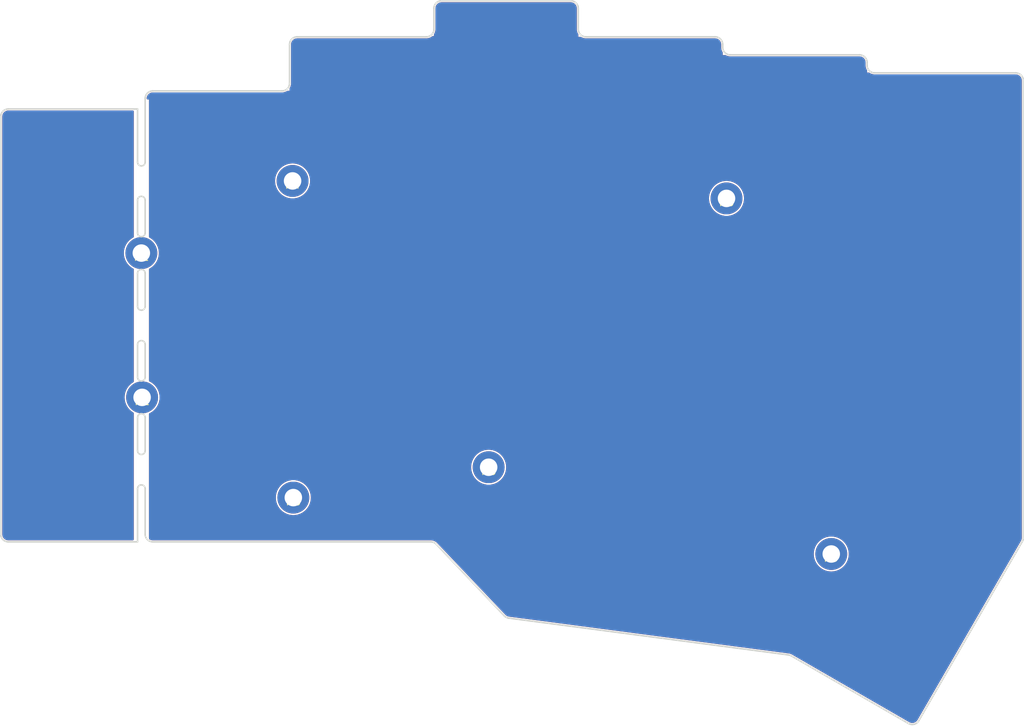
<source format=kicad_pcb>
(kicad_pcb (version 20211014) (generator pcbnew)
  (layers (0 "F.Cu" signal) (31 "B.Cu" signal) (34 "B.Paste" user) (35 "F.Paste" user) (36 "B.SilkS" user "B.Silkscreen") (37 "F.SilkS" user "F.Silkscreen") (38 "B.Mask" user) (39 "F.Mask" user) (44 "Edge.Cuts" user))
  (net 0 "")
  (footprint "kbd:M2_Hole_TH" (layer "F.Cu") (at 71.621463 38.074367)
    (fp_text reference "H4" (at 0 0.5) (layer "F.SilkS"))
    (fp_text value "MountingHole")
    (pad "" thru_hole circle (at 0 0) (size 4.2 4.2) (drill 2.3) (layers *.Cu *.Mask))
  )
  (footprint "kbd:M2_Hole_TH" (layer "F.Cu") (at 142.507505 87.19918)
    (fp_text reference "H9" (at 0 0.5) (layer "F.SilkS"))
    (fp_text value "MountingHole")
    (pad "" thru_hole circle (at 0 0) (size 4.2 4.2) (drill 2.3) (layers *.Cu *.Mask))
  )
  (footprint "kbd:M2_Hole_TH" (layer "F.Cu") (at 51.821463 66.574367)
    (fp_text reference "H2" (at 0 0.5) (layer "F.SilkS"))
    (fp_text value "MountingHole")
    (pad "" thru_hole circle (at 0 0) (size 4.2 4.2) (drill 2.3) (layers *.Cu *.Mask))
  )
  (footprint "kbd:M2_Hole_TH" (layer "F.Cu") (at 128.721463 40.374367)
    (fp_text reference "H8" (at 0 0.5) (layer "F.SilkS"))
    (fp_text value "MountingHole")
    (pad "" thru_hole circle (at 0 0) (size 4.2 4.2) (drill 2.3) (layers *.Cu *.Mask))
  )
  (footprint "kbd:M2_Hole_TH" (layer "F.Cu") (at 97.421463 75.774367)
    (fp_text reference "H6" (at 0 0.5) (layer "F.SilkS"))
    (fp_text value "MountingHole")
    (pad "" thru_hole circle (at 0 0) (size 4.2 4.2) (drill 2.3) (layers *.Cu *.Mask))
  )
  (footprint "kbd:M2_Hole_TH" (layer "F.Cu") (at 51.721463 47.574367)
    (fp_text reference "H1" (at 0 0.5) (layer "F.SilkS"))
    (fp_text value "MountingHole")
    (pad "" thru_hole circle (at 0 0) (size 4.2 4.2) (drill 2.3) (layers *.Cu *.Mask))
  )
  (footprint "kbd:M2_Hole_TH" (layer "F.Cu") (at 71.721463 79.774367)
    (fp_text reference "H5" (at 0 0.5) (layer "F.SilkS"))
    (fp_text value "MountingHole")
    (pad "" thru_hole circle (at 0 0) (size 4.2 4.2) (drill 2.3) (layers *.Cu *.Mask))
  )
  (gr_arc (start 154.028536 109.150633) (mid 153.42133 109.616559) (end 152.662511 109.516658) (layer "Edge.Cuts") (width 0.2))
  (gr_line (start 51.221491 40.599328) (end 51.22149 44.924327) (layer "Edge.Cuts") (width 0.2))
  (gr_line (start 52.221463 35.599367) (end 52.221463 27.224367) (layer "Edge.Cuts") (width 0.2))
  (gr_line (start 52.221491 54.599327) (end 52.22149 50.224327) (layer "Edge.Cuts") (width 0.2))
  (gr_line (start 89.796623 85.599366) (end 53.221463 85.599366) (layer "Edge.Cuts") (width 0.2))
  (gr_line (start 109.221463 15.349368) (end 109.221463 18.099367) (layer "Edge.Cuts") (width 0.2))
  (gr_arc (start 89.796623 85.599367) (mid 90.187009 85.679623) (end 90.514076 85.907372) (layer "Edge.Cuts") (width 0.2))
  (gr_line (start 52.22149 63.924327) (end 52.221491 59.599327) (layer "Edge.Cuts") (width 0.2))
  (gr_line (start 129.221463 21.474367) (end 146.221463 21.474368) (layer "Edge.Cuts") (width 0.2))
  (gr_arc (start 34.211068 85.599367) (mid 33.511312 85.309518) (end 33.221463 84.609762) (layer "Edge.Cuts") (width 0.2))
  (gr_line (start 148.221463 23.849368) (end 166.778537 23.849368) (layer "Edge.Cuts") (width 0.2))
  (gr_arc (start 51.22149 69.224327) (mid 51.72149 68.724327) (end 52.22149 69.224327) (layer "Edge.Cuts") (width 0.2))
  (gr_arc (start 51.221463 40.599367) (mid 51.721463 40.099367) (end 52.221463 40.599367) (layer "Edge.Cuts") (width 0.2))
  (gr_arc (start 51.221463 78.599366) (mid 51.721463 78.099366) (end 52.221463 78.599366) (layer "Edge.Cuts") (width 0.2))
  (gr_arc (start 90.221463 15.349368) (mid 90.514356 14.642261) (end 91.221463 14.349368) (layer "Edge.Cuts") (width 0.2))
  (gr_line (start 72.221463 19.099367) (end 89.221463 19.099368) (layer "Edge.Cuts") (width 0.2))
  (gr_line (start 167.778537 24.849368) (end 167.778537 85.066985) (layer "Edge.Cuts") (width 0.2))
  (gr_arc (start 167.778537 85.066985) (mid 167.744463 85.325804) (end 167.644562 85.566985) (layer "Edge.Cuts") (width 0.2))
  (gr_line (start 52.221463 84.599366) (end 52.221463 78.599366) (layer "Edge.Cuts") (width 0.2))
  (gr_line (start 53.221463 26.224368) (end 70.221463 26.224368) (layer "Edge.Cuts") (width 0.2))
  (gr_line (start 167.644562 85.566985) (end 154.028537 109.150633) (layer "Edge.Cuts") (width 0.2))
  (gr_line (start 33.221463 84.609762) (end 33.221464 58.849368) (layer "Edge.Cuts") (width 0.2))
  (gr_arc (start 52.221463 54.599366) (mid 51.721463 55.099366) (end 51.221463 54.599366) (layer "Edge.Cuts") (width 0.2))
  (gr_line (start 52.221491 73.599327) (end 52.22149 69.224327) (layer "Edge.Cuts") (width 0.2))
  (gr_arc (start 53.221463 85.599366) (mid 52.514356 85.306473) (end 52.221463 84.599366) (layer "Edge.Cuts") (width 0.2))
  (gr_line (start 71.221463 25.224368) (end 71.221463 20.099368) (layer "Edge.Cuts") (width 0.2))
  (gr_line (start 33.221464 58.849368) (end 33.221464 29.599368) (layer "Edge.Cuts") (width 0.2))
  (gr_arc (start 52.22149 44.924327) (mid 51.72149 45.424327) (end 51.22149 44.924327) (layer "Edge.Cuts") (width 0.2))
  (gr_arc (start 52.221463 35.599367) (mid 51.721463 36.099367) (end 51.221463 35.599367) (layer "Edge.Cuts") (width 0.2))
  (gr_arc (start 127.221463 19.099367) (mid 127.92857 19.39226) (end 128.221463 20.099367) (layer "Edge.Cuts") (width 0.2))
  (gr_arc (start 52.221463 73.599366) (mid 51.721463 74.099366) (end 51.221463 73.599366) (layer "Edge.Cuts") (width 0.2))
  (gr_arc (start 51.22149 50.224327) (mid 51.72149 49.724327) (end 52.22149 50.224327) (layer "Edge.Cuts") (width 0.2))
  (gr_arc (start 148.221463 23.849368) (mid 147.514356 23.556475) (end 147.221463 22.849368) (layer "Edge.Cuts") (width 0.2))
  (gr_arc (start 129.221463 21.474367) (mid 128.514356 21.181474) (end 128.221463 20.474367) (layer "Edge.Cuts") (width 0.2))
  (gr_arc (start 108.221463 14.349368) (mid 108.92857 14.642261) (end 109.221463 15.349368) (layer "Edge.Cuts") (width 0.2))
  (gr_line (start 152.662511 109.516658) (end 137.244527 100.615081) (layer "Edge.Cuts") (width 0.2))
  (gr_line (start 147.221463 22.474368) (end 147.221463 22.849368) (layer "Edge.Cuts") (width 0.2))
  (gr_line (start 51.221491 54.599327) (end 51.22149 50.224327) (layer "Edge.Cuts") (width 0.2))
  (gr_line (start 51.22149 69.224327) (end 51.221491 73.599327) (layer "Edge.Cuts") (width 0.2))
  (gr_line (start 51.221463 28.599368) (end 51.221463 35.599367) (layer "Edge.Cuts") (width 0.2))
  (gr_arc (start 71.221463 25.224368) (mid 70.92857 25.931475) (end 70.221463 26.224368) (layer "Edge.Cuts") (width 0.2))
  (gr_line (start 51.221463 85.599366) (end 34.211068 85.599366) (layer "Edge.Cuts") (width 0.2))
  (gr_line (start 110.221463 19.099367) (end 127.221463 19.099367) (layer "Edge.Cuts") (width 0.2))
  (gr_line (start 90.221463 18.099368) (end 90.221463 15.349368) (layer "Edge.Cuts") (width 0.2))
  (gr_line (start 128.221463 20.099367) (end 128.221463 20.474367) (layer "Edge.Cuts") (width 0.2))
  (gr_line (start 99.480311 95.345258) (end 90.514076 85.907372) (layer "Edge.Cuts") (width 0.2))
  (gr_arc (start 110.221462 19.099368) (mid 109.514356 18.806474) (end 109.221463 18.099367) (layer "Edge.Cuts") (width 0.2))
  (gr_line (start 51.22149 63.924327) (end 51.221491 59.599327) (layer "Edge.Cuts") (width 0.2))
  (gr_arc (start 33.221464 29.599368) (mid 33.514357 28.892261) (end 34.221464 28.599368) (layer "Edge.Cuts") (width 0.2))
  (gr_arc (start 52.221463 27.224368) (mid 52.514356 26.517261) (end 53.221463 26.224368) (layer "Edge.Cuts") (width 0.2))
  (gr_arc (start 166.778537 23.849368) (mid 167.485644 24.142261) (end 167.778537 24.849368) (layer "Edge.Cuts") (width 0.2))
  (gr_arc (start 51.221463 59.599366) (mid 51.721463 59.099366) (end 52.221463 59.599366) (layer "Edge.Cuts") (width 0.2))
  (gr_line (start 91.221463 14.349368) (end 108.221463 14.349368) (layer "Edge.Cuts") (width 0.2))
  (gr_arc (start 136.878894 100.490965) (mid 137.067823 100.535017) (end 137.244527 100.615081) (layer "Edge.Cuts") (width 0.2))
  (gr_line (start 51.221463 78.599366) (end 51.221463 85.599366) (layer "Edge.Cuts") (width 0.2))
  (gr_line (start 52.221491 40.599328) (end 52.22149 44.924327) (layer "Edge.Cuts") (width 0.2))
  (gr_arc (start 146.221463 21.474368) (mid 146.92857 21.767261) (end 147.221463 22.474368) (layer "Edge.Cuts") (width 0.2))
  (gr_arc (start 52.22149 63.924327) (mid 51.72149 64.424327) (end 51.22149 63.924327) (layer "Edge.Cuts") (width 0.2))
  (gr_arc (start 90.221463 18.099368) (mid 89.92857 18.806475) (end 89.221463 19.099368) (layer "Edge.Cuts") (width 0.2))
  (gr_line (start 34.221464 28.599368) (end 51.221463 28.599368) (layer "Edge.Cuts") (width 0.2))
  (gr_line (start 136.878894 100.490965) (end 100.068595 95.644797) (layer "Edge.Cuts") (width 0.2))
  (gr_arc (start 71.221462 20.099368) (mid 71.514356 19.392261) (end 72.221463 19.099367) (layer "Edge.Cuts") (width 0.2))
  (gr_arc (start 100.068595 95.644797) (mid 99.748739 95.545528) (end 99.480311 95.345258) (layer "Edge.Cuts") (width 0.2))
  (zone (net 0) (net_name "") (layers F&B.Cu) (connect_pads (clearance 0)) (min_thickness 0.254)
    (keepout (tracks not_allowed) (vias not_allowed) (pads not_allowed) (copperpour not_allowed) (footprints allowed))
    (fill (thermal_gap 0.508) (thermal_bridge_width 0.508))
    (polygon (pts (xy 52.721463 86.099367) (xy 50.721463 86.099367) (xy 50.721463 27.349367) (xy 52.721463 27.349367)))
  )
  (zone (net 0) (net_name "") (layers F&B.Cu) (priority 1) (connect_pads (clearance 0.2)) (min_thickness 0.25) (fill yes (thermal_gap 0.5) (thermal_bridge_width 0.5))
    (polygon (pts (xy 109.221463 19.104952) (xy 128.221463 19.104952) (xy 128.221463 21.504952) (xy 147.221463 21.504952) (xy 147.221463 23.804952) (xy 167.721463 23.804952) (xy 167.821463 85.204952) (xy 153.421463 109.904952) (xy 137.021463 100.504952) (xy 99.721463 95.504952) (xy 90.121463 85.504952) (xy 33.221463 85.604952) (xy 33.221463 28.504952) (xy 52.221463 28.504952) (xy 52.221463 26.204952) (xy 71.221463 26.204952) (xy 71.221463 19.004952) (xy 90.221463 19.004952) (xy 90.221463 14.304952) (xy 109.221463 14.304952)))
  )
)
</source>
